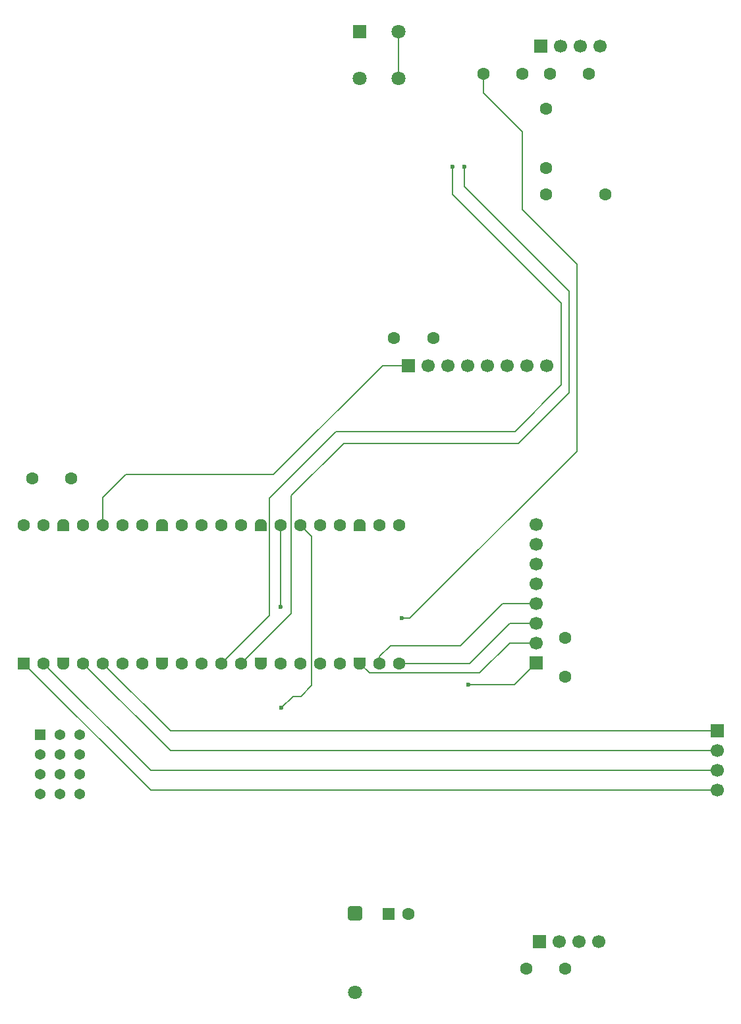
<source format=gbr>
%TF.GenerationSoftware,KiCad,Pcbnew,9.0.6*%
%TF.CreationDate,2025-12-22T22:41:29-05:00*%
%TF.ProjectId,TacoCopter_Flight_Controller,5461636f-436f-4707-9465-725f466c6967,rev?*%
%TF.SameCoordinates,Original*%
%TF.FileFunction,Copper,L2,Bot*%
%TF.FilePolarity,Positive*%
%FSLAX46Y46*%
G04 Gerber Fmt 4.6, Leading zero omitted, Abs format (unit mm)*
G04 Created by KiCad (PCBNEW 9.0.6) date 2025-12-22 22:41:29*
%MOMM*%
%LPD*%
G01*
G04 APERTURE LIST*
G04 Aperture macros list*
%AMRoundRect*
0 Rectangle with rounded corners*
0 $1 Rounding radius*
0 $2 $3 $4 $5 $6 $7 $8 $9 X,Y pos of 4 corners*
0 Add a 4 corners polygon primitive as box body*
4,1,4,$2,$3,$4,$5,$6,$7,$8,$9,$2,$3,0*
0 Add four circle primitives for the rounded corners*
1,1,$1+$1,$2,$3*
1,1,$1+$1,$4,$5*
1,1,$1+$1,$6,$7*
1,1,$1+$1,$8,$9*
0 Add four rect primitives between the rounded corners*
20,1,$1+$1,$2,$3,$4,$5,0*
20,1,$1+$1,$4,$5,$6,$7,0*
20,1,$1+$1,$6,$7,$8,$9,0*
20,1,$1+$1,$8,$9,$2,$3,0*%
%AMFreePoly0*
4,1,37,0.000000,0.796148,0.078414,0.796148,0.232228,0.765552,0.377117,0.705537,0.507515,0.618408,0.618408,0.507515,0.705537,0.377117,0.765552,0.232228,0.796148,0.078414,0.796148,-0.078414,0.765552,-0.232228,0.705537,-0.377117,0.618408,-0.507515,0.507515,-0.618408,0.377117,-0.705537,0.232228,-0.765552,0.078414,-0.796148,0.000000,-0.796148,0.000000,-0.800000,-0.600000,-0.800000,
-0.603843,-0.796157,-0.639018,-0.796157,-0.711114,-0.766294,-0.766294,-0.711114,-0.796157,-0.639018,-0.796157,-0.603843,-0.800000,-0.600000,-0.800000,0.600000,-0.796157,0.603843,-0.796157,0.639018,-0.766294,0.711114,-0.711114,0.766294,-0.639018,0.796157,-0.603843,0.796157,-0.600000,0.800000,0.000000,0.800000,0.000000,0.796148,0.000000,0.796148,$1*%
%AMFreePoly1*
4,1,37,0.603843,0.796157,0.639018,0.796157,0.711114,0.766294,0.766294,0.711114,0.796157,0.639018,0.796157,0.603843,0.800000,0.600000,0.800000,-0.600000,0.796157,-0.603843,0.796157,-0.639018,0.766294,-0.711114,0.711114,-0.766294,0.639018,-0.796157,0.603843,-0.796157,0.600000,-0.800000,0.000000,-0.800000,0.000000,-0.796148,-0.078414,-0.796148,-0.232228,-0.765552,-0.377117,-0.705537,
-0.507515,-0.618408,-0.618408,-0.507515,-0.705537,-0.377117,-0.765552,-0.232228,-0.796148,-0.078414,-0.796148,0.078414,-0.765552,0.232228,-0.705537,0.377117,-0.618408,0.507515,-0.507515,0.618408,-0.377117,0.705537,-0.232228,0.765552,-0.078414,0.796148,0.000000,0.796148,0.000000,0.800000,0.600000,0.800000,0.603843,0.796157,0.603843,0.796157,$1*%
G04 Aperture macros list end*
%TA.AperFunction,ComponentPad*%
%ADD10R,1.700000X1.700000*%
%TD*%
%TA.AperFunction,ComponentPad*%
%ADD11C,1.700000*%
%TD*%
%TA.AperFunction,ComponentPad*%
%ADD12C,1.600000*%
%TD*%
%TA.AperFunction,ComponentPad*%
%ADD13FreePoly0,90.000000*%
%TD*%
%TA.AperFunction,ComponentPad*%
%ADD14FreePoly1,90.000000*%
%TD*%
%TA.AperFunction,ComponentPad*%
%ADD15RoundRect,0.200000X0.600000X-0.600000X0.600000X0.600000X-0.600000X0.600000X-0.600000X-0.600000X0*%
%TD*%
%TA.AperFunction,ComponentPad*%
%ADD16RoundRect,0.250000X-0.550000X-0.550000X0.550000X-0.550000X0.550000X0.550000X-0.550000X0.550000X0*%
%TD*%
%TA.AperFunction,ComponentPad*%
%ADD17R,1.800000X1.800000*%
%TD*%
%TA.AperFunction,ComponentPad*%
%ADD18C,1.800000*%
%TD*%
%TA.AperFunction,ComponentPad*%
%ADD19R,1.370000X1.370000*%
%TD*%
%TA.AperFunction,ComponentPad*%
%ADD20C,1.370000*%
%TD*%
%TA.AperFunction,ComponentPad*%
%ADD21RoundRect,0.250000X-0.650000X0.650000X-0.650000X-0.650000X0.650000X-0.650000X0.650000X0.650000X0*%
%TD*%
%TA.AperFunction,ViaPad*%
%ADD22C,0.600000*%
%TD*%
%TA.AperFunction,Conductor*%
%ADD23C,0.200000*%
%TD*%
G04 APERTURE END LIST*
D10*
%TO.P,U1,1,VCC*%
%TO.N,+3V3*%
X157759637Y-108700000D03*
D11*
%TO.P,U1,2,GND*%
%TO.N,GND*%
X157759637Y-106160000D03*
%TO.P,U1,3,SCL*%
%TO.N,Net-(A1-GPIO15)*%
X157759637Y-103620000D03*
%TO.P,U1,4,SDA*%
%TO.N,Net-(A1-GPIO14)*%
X157759637Y-101080000D03*
%TO.P,U1,5,XDA*%
%TO.N,unconnected-(U1-XDA-Pad5)*%
X157759637Y-98540000D03*
%TO.P,U1,6,XCL*%
%TO.N,unconnected-(U1-XCL-Pad6)*%
X157759637Y-96000000D03*
%TO.P,U1,7,AD0*%
%TO.N,GND*%
X157759637Y-93460000D03*
%TO.P,U1,8,INT*%
%TO.N,unconnected-(U1-INT-Pad8)*%
X157759637Y-90920000D03*
%TD*%
D12*
%TO.P,A1,40,VBUS*%
%TO.N,unconnected-(A1-VBUS-Pad40)*%
X91900000Y-91000000D03*
%TO.P,A1,39,VSYS*%
%TO.N,VCC*%
X94440000Y-91000000D03*
D13*
%TO.P,A1,38,GND*%
%TO.N,GND*%
X96980000Y-91000000D03*
D12*
%TO.P,A1,37,3V3_EN*%
%TO.N,Net-(A1-3V3_EN)*%
X99520000Y-91000000D03*
%TO.P,A1,36,3V3*%
%TO.N,+3V3*%
X102060000Y-91000000D03*
%TO.P,A1,35,ADC_VREF*%
%TO.N,unconnected-(A1-ADC_VREF-Pad35)*%
X104600000Y-91000000D03*
%TO.P,A1,34,GPIO28_ADC2*%
%TO.N,unconnected-(A1-GPIO28_ADC2-Pad34)*%
X107140000Y-91000000D03*
D13*
%TO.P,A1,33,AGND*%
%TO.N,unconnected-(A1-AGND-Pad33)*%
X109680000Y-91000000D03*
D12*
%TO.P,A1,32,GPIO27_ADC1*%
%TO.N,unconnected-(A1-GPIO27_ADC1-Pad32)*%
X112220000Y-91000000D03*
%TO.P,A1,31,GPIO26_ADC0*%
%TO.N,unconnected-(A1-GPIO26_ADC0-Pad31)*%
X114760000Y-91000000D03*
%TO.P,A1,30,RUN*%
%TO.N,Net-(A1-3V3_EN)*%
X117300000Y-91000000D03*
%TO.P,A1,29,GPIO22*%
%TO.N,unconnected-(A1-GPIO22-Pad29)*%
X119840000Y-91000000D03*
D13*
%TO.P,A1,28,GND*%
%TO.N,GND*%
X122380000Y-91000000D03*
D12*
%TO.P,A1,27,GPIO21*%
%TO.N,/SCL 0*%
X124920000Y-91000000D03*
%TO.P,A1,26,GPIO20*%
%TO.N,/SDA 0*%
X127460000Y-91000000D03*
%TO.P,A1,25,GPIO19*%
%TO.N,Net-(A1-GPIO19)*%
X130000000Y-91000000D03*
%TO.P,A1,24,GPIO18*%
%TO.N,Net-(A1-GPIO18)*%
X132540000Y-91000000D03*
D13*
%TO.P,A1,23,GND*%
%TO.N,GND*%
X135080000Y-91000000D03*
D12*
%TO.P,A1,22,GPIO17*%
%TO.N,Net-(A1-GPIO17)*%
X137620000Y-91000000D03*
%TO.P,A1,21,GPIO16*%
%TO.N,Net-(A1-GPIO16)*%
X140160000Y-91000000D03*
%TO.P,A1,20,GPIO15*%
%TO.N,Net-(A1-GPIO15)*%
X140160000Y-108780000D03*
%TO.P,A1,19,GPIO14*%
%TO.N,Net-(A1-GPIO14)*%
X137620000Y-108780000D03*
D14*
%TO.P,A1,18,GND*%
%TO.N,GND*%
X135080000Y-108780000D03*
D12*
%TO.P,A1,17,GPIO13*%
%TO.N,unconnected-(A1-GPIO13-Pad17)*%
X132540000Y-108780000D03*
%TO.P,A1,16,GPIO12*%
%TO.N,unconnected-(A1-GPIO12-Pad16)*%
X130000000Y-108780000D03*
%TO.P,A1,15,GPIO11*%
%TO.N,unconnected-(A1-GPIO11-Pad15)*%
X127460000Y-108780000D03*
%TO.P,A1,14,GPIO10*%
%TO.N,unconnected-(A1-GPIO10-Pad14)*%
X124920000Y-108780000D03*
D14*
%TO.P,A1,13,GND*%
%TO.N,GND*%
X122380000Y-108780000D03*
D12*
%TO.P,A1,12,GPIO9*%
%TO.N,Net-(A1-GPIO9)*%
X119840000Y-108780000D03*
%TO.P,A1,11,GPIO8*%
%TO.N,Net-(A1-GPIO8)*%
X117300000Y-108780000D03*
%TO.P,A1,10,GPIO7*%
%TO.N,Net-(A1-GPIO7)*%
X114760000Y-108780000D03*
%TO.P,A1,9,GPIO6*%
%TO.N,Net-(A1-GPIO6)*%
X112220000Y-108780000D03*
D14*
%TO.P,A1,8,GND*%
%TO.N,GND*%
X109680000Y-108780000D03*
D12*
%TO.P,A1,7,GPIO5*%
%TO.N,Net-(A1-GPIO5)*%
X107140000Y-108780000D03*
%TO.P,A1,6,GPIO4*%
%TO.N,Net-(A1-GPIO4)*%
X104600000Y-108780000D03*
%TO.P,A1,5,GPIO3*%
%TO.N,Net-(A1-GPIO3)*%
X102060000Y-108780000D03*
%TO.P,A1,4,GPIO2*%
%TO.N,Net-(A1-GPIO2)*%
X99520000Y-108780000D03*
D14*
%TO.P,A1,3,GND*%
%TO.N,GND*%
X96980000Y-108780000D03*
D12*
%TO.P,A1,2,GPIO1*%
%TO.N,Net-(A1-GPIO1)*%
X94440000Y-108780000D03*
D15*
%TO.P,A1,1,GPIO0*%
%TO.N,Net-(A1-GPIO0)*%
X91900000Y-108780000D03*
%TD*%
D12*
%TO.P,C7,1*%
%TO.N,GND*%
X98000000Y-85000000D03*
%TO.P,C7,2*%
%TO.N,VCC*%
X93000000Y-85000000D03*
%TD*%
%TO.P,C6,1*%
%TO.N,GND*%
X156000000Y-33000000D03*
%TO.P,C6,2*%
%TO.N,VCC*%
X151000000Y-33000000D03*
%TD*%
%TO.P,C5,1*%
%TO.N,+3V3*%
X161500000Y-110500000D03*
%TO.P,C5,2*%
%TO.N,GND*%
X161500000Y-105500000D03*
%TD*%
%TO.P,C4,1*%
%TO.N,VCC*%
X161500000Y-148000000D03*
%TO.P,C4,2*%
%TO.N,GND*%
X156500000Y-148000000D03*
%TD*%
%TO.P,C3,1*%
%TO.N,GND*%
X164500000Y-33000000D03*
%TO.P,C3,2*%
%TO.N,VCC*%
X159500000Y-33000000D03*
%TD*%
D16*
%TO.P,C2,1*%
%TO.N,VCC*%
X138794888Y-141000000D03*
D12*
%TO.P,C2,2*%
%TO.N,GND*%
X141294888Y-141000000D03*
%TD*%
%TO.P,C1,1*%
%TO.N,GND*%
X144500000Y-67000000D03*
%TO.P,C1,2*%
%TO.N,+3V3*%
X139500000Y-67000000D03*
%TD*%
%TO.P,R1,1*%
%TO.N,Net-(J5-Pin_2)*%
X159000000Y-37500000D03*
%TO.P,R1,2*%
%TO.N,Net-(A1-GPIO19)*%
X159000000Y-45120000D03*
%TD*%
D17*
%TO.P,SW1,1,1*%
%TO.N,GND*%
X135077500Y-27577500D03*
D18*
%TO.P,SW1,2,2*%
%TO.N,Net-(A1-3V3_EN)*%
X140077500Y-27577500D03*
%TO.P,SW1,3,3*%
%TO.N,GND*%
X135077500Y-33577500D03*
%TO.P,SW1,4,4*%
%TO.N,Net-(A1-3V3_EN)*%
X140077500Y-33577500D03*
%TD*%
D10*
%TO.P,J4,1,Pin_1*%
%TO.N,Net-(A1-GPIO3)*%
X181000000Y-117460000D03*
D11*
%TO.P,J4,2,Pin_2*%
%TO.N,Net-(A1-GPIO2)*%
X181000000Y-120000000D03*
%TO.P,J4,3,Pin_3*%
%TO.N,Net-(A1-GPIO1)*%
X181000000Y-122540000D03*
%TO.P,J4,4,Pin_4*%
%TO.N,Net-(A1-GPIO0)*%
X181000000Y-125080000D03*
%TD*%
D19*
%TO.P,J2,01,01*%
%TO.N,Net-(A1-GPIO4)*%
X94000000Y-117920000D03*
D20*
%TO.P,J2,02,02*%
%TO.N,unconnected-(J2-Pad02)*%
X96540000Y-117920000D03*
%TO.P,J2,03,03*%
%TO.N,GND*%
X99080000Y-117920000D03*
%TO.P,J2,04,04*%
%TO.N,Net-(A1-GPIO5)*%
X94000000Y-120460000D03*
%TO.P,J2,05,05*%
%TO.N,unconnected-(J2-Pad05)*%
X96540000Y-120460000D03*
%TO.P,J2,06,06*%
%TO.N,GND*%
X99080000Y-120460000D03*
%TO.P,J2,07,07*%
%TO.N,Net-(A1-GPIO6)*%
X94000000Y-123000000D03*
%TO.P,J2,08,08*%
%TO.N,unconnected-(J2-Pad08)*%
X96540000Y-123000000D03*
%TO.P,J2,09,09*%
%TO.N,GND*%
X99080000Y-123000000D03*
%TO.P,J2,10,10*%
%TO.N,Net-(A1-GPIO7)*%
X94000000Y-125540000D03*
%TO.P,J2,11,11*%
%TO.N,unconnected-(J2-Pad11)*%
X96540000Y-125540000D03*
%TO.P,J2,12,12*%
%TO.N,GND*%
X99080000Y-125540000D03*
%TD*%
D10*
%TO.P,J6,1,Pin_1*%
%TO.N,GND*%
X158190000Y-144500000D03*
D11*
%TO.P,J6,2,Pin_2*%
%TO.N,VCC*%
X160730000Y-144500000D03*
%TO.P,J6,3,Pin_3*%
%TO.N,Net-(A1-GPIO17)*%
X163270000Y-144500000D03*
%TO.P,J6,4,Pin_4*%
%TO.N,Net-(A1-GPIO16)*%
X165810000Y-144500000D03*
%TD*%
D10*
%TO.P,U2,1,VIN*%
%TO.N,+3V3*%
X141300000Y-70500000D03*
D11*
%TO.P,U2,2,3Vo*%
%TO.N,unconnected-(U2-3Vo-Pad2)*%
X143840000Y-70500000D03*
%TO.P,U2,3,GND*%
%TO.N,GND*%
X146380000Y-70500000D03*
%TO.P,U2,4,SCL*%
%TO.N,/SCL 0*%
X148920000Y-70500000D03*
%TO.P,U2,5,SDO*%
%TO.N,unconnected-(U2-SDO-Pad5)*%
X151460000Y-70500000D03*
%TO.P,U2,6,SDA*%
%TO.N,/SDA 0*%
X154000000Y-70500000D03*
%TO.P,U2,7,CS*%
%TO.N,unconnected-(U2-CS-Pad7)*%
X156540000Y-70500000D03*
%TO.P,U2,8,INT*%
%TO.N,unconnected-(U2-INT-Pad8)*%
X159080000Y-70500000D03*
%TD*%
D21*
%TO.P,D1,1,K*%
%TO.N,VCC*%
X134500000Y-140920000D03*
D18*
%TO.P,D1,2,A*%
%TO.N,Net-(D1-A)*%
X134500000Y-151080000D03*
%TD*%
D12*
%TO.P,R2,1*%
%TO.N,GND*%
X166620000Y-48550000D03*
%TO.P,R2,2*%
%TO.N,Net-(A1-GPIO19)*%
X159000000Y-48550000D03*
%TD*%
D10*
%TO.P,J5,1,Pin_1*%
%TO.N,VCC*%
X158380000Y-29500000D03*
D11*
%TO.P,J5,2,Pin_2*%
%TO.N,Net-(J5-Pin_2)*%
X160920000Y-29500000D03*
%TO.P,J5,3,Pin_3*%
%TO.N,Net-(A1-GPIO18)*%
X163460000Y-29500000D03*
%TO.P,J5,4,Pin_4*%
%TO.N,GND*%
X166000000Y-29500000D03*
%TD*%
D22*
%TO.N,+3V3*%
X149000000Y-111500000D03*
%TO.N,VCC*%
X140500000Y-103000000D03*
%TO.N,Net-(A1-GPIO9)*%
X148500000Y-45000000D03*
%TO.N,Net-(A1-GPIO8)*%
X147000000Y-45000000D03*
%TO.N,/SDA 0*%
X125000000Y-114500000D03*
%TO.N,/SCL 0*%
X124920000Y-101500000D03*
%TD*%
D23*
%TO.N,+3V3*%
X157759637Y-108700000D02*
X154959637Y-111500000D01*
X154959637Y-111500000D02*
X149000000Y-111500000D01*
%TO.N,VCC*%
X141500000Y-103000000D02*
X163000000Y-81500000D01*
X156000000Y-50500000D02*
X156000000Y-40500000D01*
X163000000Y-81500000D02*
X163000000Y-57500000D01*
X140500000Y-103000000D02*
X141500000Y-103000000D01*
X163000000Y-57500000D02*
X156000000Y-50500000D01*
X156000000Y-40500000D02*
X151000000Y-35500000D01*
X151000000Y-35500000D02*
X151000000Y-33000000D01*
%TO.N,+3V3*%
X102060000Y-91000000D02*
X102060000Y-87440000D01*
X102060000Y-87440000D02*
X105000000Y-84500000D01*
X105000000Y-84500000D02*
X124000000Y-84500000D01*
X124000000Y-84500000D02*
X138000000Y-70500000D01*
X138000000Y-70500000D02*
X141300000Y-70500000D01*
%TO.N,Net-(A1-3V3_EN)*%
X140077500Y-27577500D02*
X140077500Y-33577500D01*
%TO.N,Net-(A1-GPIO8)*%
X117300000Y-108780000D02*
X123486000Y-102594000D01*
X123486000Y-102594000D02*
X123486000Y-87514000D01*
X147000000Y-48500000D02*
X147000000Y-45000000D01*
X123486000Y-87514000D02*
X132000000Y-79000000D01*
X132000000Y-79000000D02*
X155000000Y-79000000D01*
X155000000Y-79000000D02*
X161000000Y-73000000D01*
X161000000Y-73000000D02*
X161000000Y-62500000D01*
X161000000Y-62500000D02*
X147000000Y-48500000D01*
%TO.N,Net-(A1-GPIO9)*%
X148500000Y-45000000D02*
X148500000Y-47500000D01*
X119840000Y-108780000D02*
X126248943Y-102371057D01*
X133000000Y-80500000D02*
X155500000Y-80500000D01*
X126248943Y-102371057D02*
X126248943Y-87251057D01*
X126248943Y-87251057D02*
X133000000Y-80500000D01*
X155500000Y-80500000D02*
X162000000Y-74000000D01*
X162000000Y-74000000D02*
X162000000Y-61000000D01*
X162000000Y-61000000D02*
X148500000Y-47500000D01*
%TO.N,/SCL 0*%
X124920000Y-101500000D02*
X124920000Y-91000000D01*
%TO.N,GND*%
X157759637Y-106160000D02*
X154340000Y-106160000D01*
X154340000Y-106160000D02*
X150500000Y-110000000D01*
X150500000Y-110000000D02*
X136300000Y-110000000D01*
X136300000Y-110000000D02*
X135080000Y-108780000D01*
%TO.N,Net-(A1-GPIO14)*%
X157759637Y-101080000D02*
X153420000Y-101080000D01*
X153420000Y-101080000D02*
X148000000Y-106500000D01*
X148000000Y-106500000D02*
X139000000Y-106500000D01*
X139000000Y-106500000D02*
X137620000Y-107880000D01*
X137620000Y-107880000D02*
X137620000Y-108780000D01*
%TO.N,Net-(A1-GPIO15)*%
X157759637Y-103620000D02*
X154380000Y-103620000D01*
X154380000Y-103620000D02*
X149220000Y-108780000D01*
X149220000Y-108780000D02*
X140160000Y-108780000D01*
%TO.N,/SDA 0*%
X125000000Y-114500000D02*
X126500000Y-113000000D01*
X126500000Y-113000000D02*
X127500000Y-113000000D01*
X128899000Y-111601000D02*
X128899000Y-92439000D01*
X127500000Y-113000000D02*
X128899000Y-111601000D01*
X128899000Y-92439000D02*
X127460000Y-91000000D01*
%TO.N,Net-(A1-GPIO0)*%
X181000000Y-125080000D02*
X108200000Y-125080000D01*
X108200000Y-125080000D02*
X91900000Y-108780000D01*
%TO.N,Net-(A1-GPIO1)*%
X181000000Y-122540000D02*
X108200000Y-122540000D01*
X108200000Y-122540000D02*
X94440000Y-108780000D01*
%TO.N,Net-(A1-GPIO2)*%
X181000000Y-120000000D02*
X110740000Y-120000000D01*
X110740000Y-120000000D02*
X99520000Y-108780000D01*
%TO.N,Net-(A1-GPIO3)*%
X181000000Y-117460000D02*
X110740000Y-117460000D01*
X110740000Y-117460000D02*
X102060000Y-108780000D01*
%TD*%
M02*

</source>
